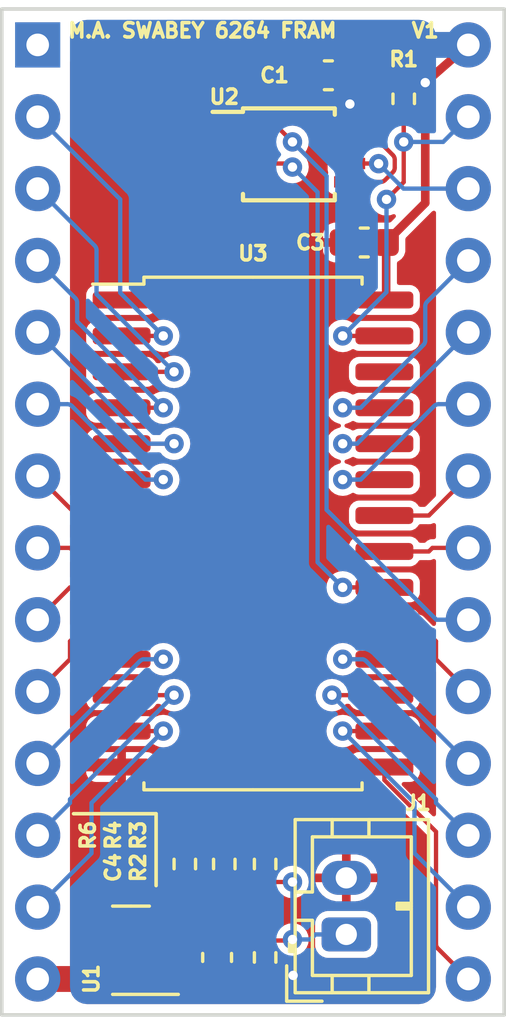
<source format=kicad_pcb>
(kicad_pcb (version 20211014) (generator pcbnew)
  (layers (0 "F.Cu" signal) (31 "B.Cu" signal) (34 "B.Paste" user) (35 "F.Paste" user) (36 "B.SilkS" user "B.Silkscreen") (37 "F.SilkS" user "F.Silkscreen") (38 "B.Mask" user) (39 "F.Mask" user) (44 "Edge.Cuts" user))
  (net 0 "")
  (net 1 "/D2")
  (net 2 "/D1")
  (net 3 "/A8")
  (net 4 "/D0")
  (net 5 "/A9")
  (net 6 "/A0")
  (net 7 "/A11")
  (net 8 "/A1")
  (net 9 "/A2")
  (net 10 "/A10")
  (net 11 "/A3")
  (net 12 "/A4")
  (net 13 "/D7")
  (net 14 "/A5")
  (net 15 "/D6")
  (net 16 "/A6")
  (net 17 "/D5")
  (net 18 "/A7")
  (net 19 "/D4")
  (net 20 "/A12")
  (net 21 "/D3")
  (net 22 "Net-(U2-Pad5)")
  (net 23 "GND")
  (net 24 "/CE2")
  (net 25 "/~{CE1}")
  (net 26 "/~{WE}")
  (net 27 "/~{OE}")
  (net 28 "VCC")
  (net 29 "Net-(R3-Pad2)")
  (net 30 "/BATT_FAKE")
  (net 31 "/~{CE_FM}")
  (footprint "Package_SO:SOIC-28W_7.5x17.9mm_P1.27mm" (layer "F.Cu") (at 119.38 75.692)
    (fp_text reference "U3" (at 0 -9.9 unlocked) (layer "F.SilkS") (effects (font (size 0.508 0.508) (thickness 0.127))))
    (fp_text value "FM16W08")
    (fp_line (start -3.86 -8.815) (end -5.675 -8.815) (layer "F.SilkS") (width 0.12))
    (fp_line (start 3.86 -9.06) (end 3.86 -8.815) (layer "F.SilkS") (width 0.12))
    (fp_line (start 0 -9.06) (end 3.86 -9.06) (layer "F.SilkS") (width 0.12))
    (fp_line (start 0 9.06) (end -3.86 9.06) (layer "F.SilkS") (width 0.12))
    (fp_line (start 3.86 9.06) (end 3.86 8.815) (layer "F.SilkS") (width 0.12))
    (fp_line (start -3.86 -9.06) (end -3.86 -8.815) (layer "F.SilkS") (width 0.12))
    (fp_line (start 0 -9.06) (end -3.86 -9.06) (layer "F.SilkS") (width 0.12))
    (fp_line (start 0 9.06) (end 3.86 9.06) (layer "F.SilkS") (width 0.12))
    (fp_line (start -3.86 9.06) (end -3.86 8.815) (layer "F.SilkS") (width 0.12))
    (pad "1" smd roundrect (at -4.65 -8.255) (size 2.05 0.6) (layers "F.Cu" "F.Paste" "F.Mask"))
    (pad "2" smd roundrect (at -4.65 -6.985) (size 2.05 0.6) (layers "F.Cu" "F.Paste" "F.Mask") (net 20 "/A12"))
    (pad "3" smd roundrect (at -4.65 -5.715) (size 2.05 0.6) (layers "F.Cu" "F.Paste" "F.Mask") (net 18 "/A7"))
    (pad "4" smd roundrect (at -4.65 -4.445) (size 2.05 0.6) (layers "F.Cu" "F.Paste" "F.Mask") (net 16 "/A6"))
    (pad "5" smd roundrect (at -4.65 -3.175) (size 2.05 0.6) (layers "F.Cu" "F.Paste" "F.Mask") (net 14 "/A5"))
    (pad "6" smd roundrect (at -4.65 -1.905) (size 2.05 0.6) (layers "F.Cu" "F.Paste" "F.Mask") (net 12 "/A4"))
    (pad "7" smd roundrect (at -4.65 -0.635) (size 2.05 0.6) (layers "F.Cu" "F.Paste" "F.Mask") (net 11 "/A3"))
    (pad "8" smd roundrect (at -4.65 0.635) (size 2.05 0.6) (layers "F.Cu" "F.Paste" "F.Mask") (net 9 "/A2"))
    (pad "9" smd roundrect (at -4.65 1.905) (size 2.05 0.6) (layers "F.Cu" "F.Paste" "F.Mask") (net 8 "/A1"))
    (pad "10" smd roundrect (at -4.65 3.175) (size 2.05 0.6) (layers "F.Cu" "F.Paste" "F.Mask") (net 6 "/A0"))
    (pad "11" smd roundrect (at -4.65 4.445) (size 2.05 0.6) (layers "F.Cu" "F.Paste" "F.Mask") (net 4 "/D0"))
    (pad "12" smd roundrect (at -4.65 5.715) (size 2.05 0.6) (layers "F.Cu" "F.Paste" "F.Mask") (net 2 "/D1"))
    (pad "13" smd roundrect (at -4.65 6.985) (size 2.05 0.6) (layers "F.Cu" "F.Paste" "F.Mask") (net 1 "/D2"))
    (pad "14" smd roundrect (at -4.65 8.255) (size 2.05 0.6) (layers "F.Cu" "F.Paste" "F.Mask") (net 23 "GND"))
    (pad "15" smd roundrect (at 4.65 8.255) (size 2.05 0.6) (layers "F.Cu" "F.Paste" "F.Mask") (net 21 "/D3"))
    (pad "16" smd roundrect (at 4.65 6.985) (size 2.05 0.6) (layers "F.Cu" "F.Paste" "F.Mask") (net 19 "/D4"))
    (pad "17" smd roundrect (at 4.65 5.715) (size 2.05 0.6) (layers "F.Cu" "F.Paste" "F.Mask") (net 17 "/D5"))
    (pad "18" smd roundrect (at 4.65 4.445) (size 2.05 0.6) (layers "F.Cu" "F.Paste" "F.Mask") (net 15 "/D6"))
    (pad "19" smd roundrect (at 4.65 3.175) (size 2.05 0.6) (layers "F.Cu" "F.Paste" "F.Mask") (net 13 "/D7"))
    (pad "20" smd roundrect (at 4.65 1.905) (size 2.05 0.6) (layers "F.Cu" "F.Paste" "F.Mask") (net 31 "/~{CE_FM}"))
    (pad "21" smd roundrect (at 4.65 0.635) (size 2.05 0.6) (layers "F.Cu" "F.Paste" "F.Mask") (net 10 "/A10"))
    (pad "22" smd roundrect (at 4.65 -0.635) (size 2.05 0.6) (layers "F.Cu" "F.Paste" "F.Mask") (net 27 "/~{OE}"))
    (pad "23" smd roundrect (at 4.65 -1.905) (size 2.05 0.6) (layers "F.Cu" "F.Paste" "F.Mask") (net 7 "/A11"))
    (pad "24" smd roundrect (at 4.65 -3.175) (size 2.05 0.6) (layers "F.Cu" "F.Paste" "F.Mask") (net 5 "/A9"))
    (pad "25" smd roundrect (at 4.65 -4.445) (size 2.05 0.6) (layers "F.Cu" "F.Paste" "F.Mask") (net 3 "/A8"))
    (pad "26" smd roundrect (at 4.65 -5.715) (size 2.05 0.6) (layers "F.Cu" "F.Paste" "F.Mask"))
    (pad "27" smd roundrect (at 4.65 -6.985) (size 2.05 0.6) (layers "F.Cu" "F.Paste" "F.Mask") (net 26 "/~{WE}"))
    (pad "28" smd roundrect (at 4.65 -8.255) (size 2.05 0.6) (layers "F.Cu" "F.Paste" "F.Mask") (net 28 "VCC"))
  )
  (footprint "Package_SO:TSSOP-8_3x3mm_P0.65mm" (layer "F.Cu") (at 120.65 62.288022)
    (fp_text reference "U2" (at -2.286 -2.032 unlocked) (layer "F.SilkS") (effects (font (size 0.508 0.508) (thickness 0.127))))
    (fp_text value "74AHC2G00" hide)
    (fp_line (start -1.625 1.625) (end -1.625 1.4) (layer "F.SilkS") (width 0.15))
    (fp_line (start 1.625 -1.625) (end 1.625 -1.4) (layer "F.SilkS") (width 0.15))
    (fp_line (start 1.625 1.625) (end 1.625 1.4) (layer "F.SilkS") (width 0.15))
    (fp_line (start -1.625 -1.625) (end -1.625 -1.5) (layer "F.SilkS") (width 0.15))
    (fp_line (start -1.625 1.625) (end 1.625 1.625) (layer "F.SilkS") (width 0.15))
    (fp_line (start -1.625 -1.625) (end 1.625 -1.625) (layer "F.SilkS") (width 0.15))
    (fp_line (start -1.625 -1.5) (end -2.7 -1.5) (layer "F.SilkS") (width 0.15))
    (pad "1" smd rect (at -2.15 -0.975) (size 1.1 0.4) (layers "F.Cu" "F.Paste" "F.Mask") (net 25 "/~{CE1}"))
    (pad "2" smd rect (at -2.15 -0.325) (size 1.1 0.4) (layers "F.Cu" "F.Paste" "F.Mask") (net 25 "/~{CE1}"))
    (pad "3" smd rect (at -2.15 0.325) (size 1.1 0.4) (layers "F.Cu" "F.Paste" "F.Mask") (net 31 "/~{CE_FM}"))
    (pad "4" smd rect (at -2.15 0.975) (size 1.1 0.4) (layers "F.Cu" "F.Paste" "F.Mask") (net 23 "GND"))
    (pad "5" smd rect (at 2.15 0.975) (size 1.1 0.4) (layers "F.Cu" "F.Paste" "F.Mask") (net 22 "Net-(U2-Pad5)"))
    (pad "6" smd rect (at 2.15 0.325) (size 1.1 0.4) (layers "F.Cu" "F.Paste" "F.Mask") (net 24 "/CE2"))
    (pad "7" smd rect (at 2.15 -0.325) (size 1.1 0.4) (layers "F.Cu" "F.Paste" "F.Mask") (net 22 "Net-(U2-Pad5)"))
    (pad "8" smd rect (at 2.15 -0.975) (size 1.1 0.4) (layers "F.Cu" "F.Paste" "F.Mask") (net 28 "VCC"))
  )
  (footprint "Resistor_SMD:R_0402_1005Metric_Pad0.72x0.64mm_HandSolder" (layer "F.Cu") (at 119.808866 90.678 90)
    (fp_text reference "R2" (at 3.175 -4.492866 90 unlocked) (layer "F.SilkS") (effects (font (size 0.508 0.508) (thickness 0.127))))
    (fp_text value "150")
    (fp_line (start -0.167621 0.38) (end 0.167621 0.38) (layer "F.SilkS") (width 0.12))
    (fp_line (start -0.167621 -0.38) (end 0.167621 -0.38) (layer "F.SilkS") (width 0.12))
    (pad "1" smd roundrect (at -0.5975 0 90) (size 0.715 0.64) (layers "F.Cu" "F.Paste" "F.Mask") (net 28 "VCC"))
    (pad "2" smd roundrect (at 0.5975 0 90) (size 0.715 0.64) (layers "F.Cu" "F.Paste" "F.Mask") (net 30 "/BATT_FAKE"))
  )
  (footprint "Connector_JST:JST_PH_B2B-PH-K_1x02_P2.00mm_Vertical" (layer "F.Cu") (at 122.682 89.8652 90)
    (fp_text reference "J1" (at 4.6482 2.54 unlocked) (layer "F.SilkS") (effects (font (size 0.508 0.508) (thickness 0.127))))
    (fp_text value "Conn_01x02" hide)
    (fp_line (start -1.45 2.3) (end 3.45 2.3) (layer "F.SilkS") (width 0.12))
    (fp_line (start -0.3 -1.81) (end -0.3 -2.01) (layer "F.SilkS") (width 0.12))
    (fp_line (start -0.3 -2.01) (end -0.6 -2.01) (layer "F.SilkS") (width 0.12))
    (fp_line (start 4.06 0.8) (end 3.45 0.8) (layer "F.SilkS") (width 0.12))
    (fp_line (start 3.45 2.3) (end 3.45 -1.2) (layer "F.SilkS") (width 0.12))
    (fp_line (start 1.1 1.8) (end 1.1 2.3) (layer "F.SilkS") (width 0.12))
    (fp_line (start -1.11 -2.11) (end -2.36 -2.11) (layer "F.SilkS") (width 0.12))
    (fp_line (start -2.06 0.8) (end -1.45 0.8) (layer "F.SilkS") (width 0.12))
    (fp_line (start 0.5 -1.2) (end -1.45 -1.2) (layer "F.SilkS") (width 0.12))
    (fp_line (start 0.9 2.3) (end 0.9 1.8) (layer "F.SilkS") (width 0.12))
    (fp_line (start -1.45 -1.2) (end -1.45 2.3) (layer "F.SilkS") (width 0.12))
    (fp_line (start -2.06 -0.5) (end -1.45 -0.5) (layer "F.SilkS") (width 0.12))
    (fp_line (start 0.9 1.8) (end 1.1 1.8) (layer "F.SilkS") (width 0.12))
    (fp_line (start -2.06 2.91) (end 4.06 2.91) (layer "F.SilkS") (width 0.12))
    (fp_line (start -2.36 -2.11) (end -2.36 -0.86) (layer "F.SilkS") (width 0.12))
    (fp_line (start 0.5 -1.81) (end 0.5 -1.2) (layer "F.SilkS") (width 0.12))
    (fp_line (start 4.06 2.91) (end 4.06 -1.81) (layer "F.SilkS") (width 0.12))
    (fp_line (start -0.6 -2.01) (end -0.6 -1.81) (layer "F.SilkS") (width 0.12))
    (fp_line (start 1 2.3) (end 1 1.8) (layer "F.SilkS") (width 0.12))
    (fp_line (start -0.3 -1.91) (end -0.6 -1.91) (layer "F.SilkS") (width 0.12))
    (fp_line (start 1.5 -1.2) (end 1.5 -1.81) (layer "F.SilkS") (width 0.12))
    (fp_line (start 4.06 -0.5) (end 3.45 -0.5) (layer "F.SilkS") (width 0.12))
    (fp_line (start -2.06 -1.81) (end -2.06 2.91) (layer "F.SilkS") (width 0.12))
    (fp_line (start 3.45 -1.2) (end 1.5 -1.2) (layer "F.SilkS") (width 0.12))
    (fp_line (start 4.06 -1.81) (end -2.06 -1.81) (layer "F.SilkS") (width 0.12))
    (pad "1" thru_hole roundrect (at 0 0 90) (size 1.2 1.75) (drill 0.75) (layers *.Cu *.Mask) (roundrect_rratio 0.2083333333) (net 30 "/BATT_FAKE"))
    (pad "2" thru_hole oval (at 2 0 90) (size 1.2 1.75) (drill 0.75) (layers *.Cu *.Mask) (net 23 "GND"))
  )
  (footprint "Capacitor_SMD:C_0603_1608Metric" (layer "F.Cu") (at 122.047 59.494022 180)
    (fp_text reference "C1" (at 1.905 0 unlocked) (layer "F.SilkS") (effects (font (size 0.508 0.508) (thickness 0.127))))
    (fp_text value "0.22u" hide)
    (fp_line (start -0.14058 0.51) (end 0.14058 0.51) (layer "F.SilkS") (width 0.12))
    (fp_line (start -0.14058 -0.51) (end 0.14058 -0.51) (layer "F.SilkS") (width 0.12))
    (pad "1" smd roundrect (at -0.775 0 180) (size 0.9 0.95) (layers "F.Cu" "F.Paste" "F.Mask") (net 28 "VCC"))
    (pad "2" smd roundrect (at 0.775 0 180) (size 0.9 0.95) (layers "F.Cu" "F.Paste" "F.Mask") (net 23 "GND"))
  )
  (footprint "Resistor_SMD:R_0402_1005Metric_Pad0.72x0.64mm_HandSolder" (layer "F.Cu") (at 119.808866 87.376 90)
    (fp_text reference "R3" (at 1.016 -4.492866 90 unlocked) (layer "F.SilkS") (effects (font (size 0.508 0.508) (thickness 0.127))))
    (fp_text value "1.3K")
    (fp_line (start -0.167621 -0.38) (end 0.167621 -0.38) (layer "F.SilkS") (width 0.12))
    (fp_line (start -0.167621 0.38) (end 0.167621 0.38) (layer "F.SilkS") (width 0.12))
    (pad "1" smd roundrect (at -0.5975 0 90) (size 0.715 0.64) (layers "F.Cu" "F.Paste" "F.Mask") (net 30 "/BATT_FAKE"))
    (pad "2" smd roundrect (at 0.5975 0 90) (size 0.715 0.64) (layers "F.Cu" "F.Paste" "F.Mask") (net 29 "Net-(R3-Pad2)"))
  )
  (footprint "Package_TO_SOT_SMD:SOT-23" (layer "F.Cu") (at 115.062 90.424 180)
    (fp_text reference "U1" (at 1.397 -1.016 90 unlocked) (layer "F.SilkS") (effects (font (size 0.508 0.508) (thickness 0.127))))
    (fp_text value "TL431DBZ" hide)
    (fp_line (start 0 -1.56) (end 0.65 -1.56) (layer "F.SilkS") (width 0.12))
    (fp_line (start 0 -1.56) (end -1.675 -1.56) (layer "F.SilkS") (width 0.12))
    (fp_line (start 0 1.56) (end -0.65 1.56) (layer "F.SilkS") (width 0.12))
    (fp_line (start 0 1.56) (end 0.65 1.56) (layer "F.SilkS") (width 0.12))
    (pad "1" smd roundrect (at -0.9375 -0.95 180) (size 1.475 0.6) (layers "F.Cu" "F.Paste" "F.Mask") (net 30 "/BATT_FAKE"))
    (pad "2" smd roundrect (at -0.9375 0.95 180) (size 1.475 0.6) (layers "F.Cu" "F.Paste" "F.Mask") (net 29 "Net-(R3-Pad2)"))
    (pad "3" smd roundrect (at 0.9375 0 180) (size 1.475 0.6) (layers "F.Cu" "F.Paste" "F.Mask") (net 23 "GND"))
  )
  (footprint "Resistor_SMD:R_0402_1005Metric_Pad0.72x0.64mm_HandSolder" (layer "F.Cu") (at 118.364 87.376 90)
    (fp_text reference "R4" (at 1.016 -3.937 90 unlocked) (layer "F.SilkS") (effects (font (size 0.508 0.508) (thickness 0.127))))
    (fp_text value "3.3K")
    (fp_line (start -0.167621 0.38) (end 0.167621 0.38) (layer "F.SilkS") (width 0.12))
    (fp_line (start -0.167621 -0.38) (end 0.167621 -0.38) (layer "F.SilkS") (width 0.12))
    (pad "1" smd roundrect (at -0.5975 0 90) (size 0.715 0.64) (layers "F.Cu" "F.Paste" "F.Mask") (net 29 "Net-(R3-Pad2)"))
    (pad "2" smd roundrect (at 0.5975 0 90) (size 0.715 0.64) (layers "F.Cu" "F.Paste" "F.Mask") (net 23 "GND"))
  )
  (footprint "Package_DIP_Adapter:DIP-28_W15.24mm_Socket_Adapter" (layer "F.Cu") (at 111.76 58.42)
    (fp_text reference "U10" hide)
    (fp_text value "TC5564APL_Adapter" hide)
    (pad "1" thru_hole rect (at 0 0) (size 1.6 1.6) (drill 0.8) (layers *.Cu *.Mask))
    (pad "2" thru_hole oval (at 0 2.54) (size 1.6 1.6) (drill 0.8) (layers *.Cu *.Mask) (net 20 "/A12"))
    (pad "3" thru_hole oval (at 0 5.08) (size 1.6 1.6) (drill 0.8) (layers *.Cu *.Mask) (net 18 "/A7"))
    (pad "4" thru_hole oval (at 0 7.62) (size 1.6 1.6) (drill 0.8) (layers *.Cu *.Mask) (net 16 "/A6"))
    (pad "5" thru_hole oval (at 0 10.16) (size 1.6 1.6) (drill 0.8) (layers *.Cu *.Mask) (net 14 "/A5"))
    (pad "6" thru_hole oval (at 0 12.7) (size 1.6 1.6) (drill 0.8) (layers *.Cu *.Mask) (net 12 "/A4"))
    (pad "7" thru_hole oval (at 0 15.24) (size 1.6 1.6) (drill 0.8) (layers *.Cu *.Mask) (net 11 "/A3"))
    (pad "8" thru_hole oval (at 0 17.78) (size 1.6 1.6) (drill 0.8) (layers *.Cu *.Mask) (net 9 "/A2"))
    (pad "9" thru_hole oval (at 0 20.32) (size 1.6 1.6) (drill 0.8) (layers *.Cu *.Mask) (net 8 "/A1"))
    (pad "10" thru_hole oval (at 0 22.86) (size 1.6 1.6) (drill 0.8) (layers *.Cu *.Mask) (net 6 "/A0"))
    (pad "11" thru_hole oval (at 0 25.4) (size 1.6 1.6) (drill 0.8) (layers *.Cu *.Mask) (net 4 "/D0"))
    (pad "12" thru_hole oval (at 0 27.94) (size 1.6 1.6) (drill 0.8) (layers *.Cu *.Mask) (net 2 "/D1"))
    (pad "13" thru_hole oval (at 0 30.48) (size 1.6 1.6) (drill 0.8) (layers *.Cu *.Mask) (net 1 "/D2"))
    (pad "14" thru_hole oval (at 0 33.02) (size 1.6 1.6) (drill 0.8) (layers *.Cu *.Mask) (net 23 "GND"))
    (pad "15" thru_hole oval (at 15.24 33.02) (size 1.6 1.6) (drill 0.8) (layers *.Cu *.Mask) (net 21 "/D3"))
    (pad "16" thru_hole oval (at 15.24 30.48) (size 1.6 1.6) (drill 0.8) (layers *.Cu *.Mask) (net 19 "/D4"))
    (pad "17" thru_hole oval (at 15.24 27.94) (size 1.6 1.6) (drill 0.8) (layers *.Cu *.Mask) (net 17 "/D5"))
    (pad "18" thru_hole oval (at 15.24 25.4) (size 1.6 1.6) (drill 0.8) (layers *.Cu *.Mask) (net 15 "/D6"))
    (pad "19" thru_hole oval (at 15.24 22.86) (size 1.6 1.6) (drill 0.8) (layers *.Cu *.Mask) (net 13 "/D7"))
    (pad "20" thru_hole oval (at 15.24 20.32) (size 1.6 1.6) (drill 0.8) (layers *.Cu *.Mask) (net 25 "/~{CE1}"))
    (pad "21" thru_hole oval (at 15.24 17.78) (size 1.6 1.6) (drill 0.8) (layers *.Cu *.Mask) (net 10 "/A10"))
    (pad "22" thru_hole oval (at 15.24 15.24) (size 1.6 1.6) (drill 0.8) (layers *.Cu *.Mask) (net 27 "/~{OE}"))
    (pad "23" thru_hole oval (at 15.24 12.7) (size 1.6 1.6) (drill 0.8) (layers *.Cu *.Mask) (net 7 "/A11"))
    (pad "24" thru_hole oval (at 15.24 10.16) (size 1.6 1.6) (drill 0.8) (layers *.Cu *.Mask) (net 5 "/A9"))
    (pad "25" thru_hole oval (at 15.24 7.62) (size 1.6 1.6) (drill 0.8) (layers *.Cu *.Mask) (net 3 "/A8"))
    (pad "26" thru_hole oval (at 15.24 5.08) (size 1.6 1.6) (drill 0.8) (layers *.Cu *.Mask) (net 24 "/CE2"))
    (pad "27" thru_hole oval (at 15.24 2.54) (size 1.6 1.6) (drill 0.8) (layers *.Cu *.Mask) (net 26 "/~{WE}"))
    (pad "28" thru_hole oval (at 15.24 0) (size 1.6 1.6) (drill 0.8) (layers *.Cu *.Mask) (net 28 "VCC"))
  )
  (footprint "Resistor_SMD:R_0402_1005Metric_Pad0.72x0.64mm_HandSolder" (layer "F.Cu") (at 124.714 60.325 -90)
    (fp_text reference "R1" (at -1.397 0 unlocked) (layer "F.SilkS") (effects (font (size 0.508 0.508) (thickness 0.127))))
    (fp_text value "10K")
    (fp_line (start -0.167621 -0.38) (end 0.167621 -0.38) (layer "F.SilkS") (width 0.12))
    (fp_line (start -0.167621 0.38) (end 0.167621 0.38) (layer "F.SilkS") (width 0.12))
    (pad "1" smd roundrect (at -0.5975 0 270) (size 0.715 0.64) (layers "F.Cu" "F.Paste" "F.Mask") (net 28 "VCC"))
    (pad "2" smd roundrect (at 0.5975 0 270) (size 0.715 0.64) (layers "F.Cu" "F.Paste" "F.Mask") (net 26 "/~{WE}"))
  )
  (footprint "Capacitor_SMD:C_0603_1608Metric" (layer "F.Cu") (at 123.317 65.405 180)
    (fp_text reference "C3" (at 1.905 0 unlocked) (layer "F.SilkS") (effects (font (size 0.508 0.508) (thickness 0.127))))
    (fp_text value "0.22u" hide)
    (fp_line (start -0.14058 -0.51) (end 0.14058 -0.51) (layer "F.SilkS") (width 0.12))
    (fp_line (start -0.14058 0.51) (end 0.14058 0.51) (layer "F.SilkS") (width 0.12))
    (pad "1" smd roundrect (at -0.775 0 180) (size 0.9 0.95) (layers "F.Cu" "F.Paste" "F.Mask") (net 28 "VCC"))
    (pad "2" smd roundrect (at 0.775 0 180) (size 0.9 0.95) (layers "F.Cu" "F.Paste" "F.Mask") (net 23 "GND"))
  )
  (footprint "Resistor_SMD:R_0402_1005Metric_Pad0.72x0.64mm_HandSolder" (layer "F.Cu") (at 116.967 87.376 90)
    (fp_text reference "R6" (at 1.016 -3.429 90 unlocked) (layer "F.SilkS") (effects (font (size 0.508 0.508) (thickness 0.127))))
    (fp_text value "-")
    (fp_line (start -0.167621 -0.38) (end 0.167621 -0.38) (layer "F.SilkS") (width 0.12))
    (fp_line (start -0.167621 0.38) (end 0.167621 0.38) (layer "F.SilkS") (width 0.12))
    (pad "1" smd roundrect (at -0.5975 0 90) (size 0.715 0.64) (layers "F.Cu" "F.Paste" "F.Mask") (net 29 "Net-(R3-Pad2)"))
    (pad "2" smd roundrect (at 0.5975 0 90) (size 0.715 0.64) (layers "F.Cu" "F.Paste" "F.Mask") (net 23 "GND"))
  )
  (footprint "Capacitor_SMD:C_0603_1608Metric" (layer "F.Cu") (at 118.11 90.678 90)
    (fp_text reference "C4" (at 3.175 -3.683 90 unlocked) (layer "F.SilkS") (effects (font (size 0.508 0.508) (thickness 0.127))))
    (fp_text value "0.22u")
    (fp_line (start -0.14058 0.51) (end 0.14058 0.51) (layer "F.SilkS") (width 0.12))
    (fp_line (start -0.14058 -0.51) (end 0.14058 -0.51) (layer "F.SilkS") (width 0.12))
    (pad "1" smd roundrect (at -0.775 0 90) (size 0.9 0.95) (layers "F.Cu" "F.Paste" "F.Mask") (net 30 "/BATT_FAKE"))
    (pad "2" smd roundrect (at 0.775 0 90) (size 0.9 0.95) (layers "F.Cu" "F.Paste" "F.Mask") (net 23 "GND"))
  )
  (gr_line (start 115.951 88.138) (end 115.951 85.598) (layer "F.SilkS") (width 0.127))
  (gr_line (start 115.951 85.598) (end 113.03 85.598) (layer "F.SilkS") (width 0.127))
  (gr_line (start 110.49 92.71) (end 110.49 57.15) (layer "Edge.Cuts") (width 0.127))
  (gr_line (start 128.27 92.71) (end 110.49 92.71) (layer "Edge.Cuts") (width 0.127))
  (gr_line (start 128.27 57.15) (end 128.27 92.71) (layer "Edge.Cuts") (width 0.127))
  (gr_line (start 110.49 57.15) (end 128.27 57.15) (layer "Edge.Cuts") (width 0.127))
  (gr_text "M.A. SWABEY 6264 FRAM" (at 112.776 57.912) (layer "F.SilkS") (effects (font (size 0.508 0.508) (thickness 0.127)) (justify left)))
  (gr_text "V1\n" (at 125.476 57.912) (layer "F.SilkS") (effects (font (size 0.508 0.508) (thickness 0.127))))
  (segment (start 113.9675 82.677) (end 116.205 82.677) (width 0.1524) (layer "F.Cu") (net 1))
  (via (at 116.205 82.677) (size 0.6858) (drill 0.3302) (layers "F.Cu" "B.Cu") (net 1))
  (segment (start 113.665 86.995) (end 111.76 88.9) (width 0.1524) (layer "B.Cu") (net 1))
  (segment (start 116.205 82.677) (end 113.665 85.217) (width 0.1524) (layer "B.Cu") (net 1))
  (segment (start 113.665 85.217) (end 113.665 86.995) (width 0.1524) (layer "B.Cu") (net 1))
  (segment (start 113.9675 81.407) (end 116.586 81.407) (width 0.1524) (layer "F.Cu") (net 2))
  (via (at 116.586 81.407) (size 0.6858) (drill 0.3302) (layers "F.Cu" "B.Cu") (net 2))
  (segment (start 112.903 85.09) (end 112.903 85.217) (width 0.1524) (layer "B.Cu") (net 2))
  (segment (start 116.586 81.407) (end 112.903 85.09) (width 0.1524) (layer "B.Cu") (net 2))
  (segment (start 112.903 85.217) (end 111.76 86.36) (width 0.1524) (layer "B.Cu") (net 2))
  (segment (start 111.76 86.36) (end 111.76 86.233) (width 0.1524) (layer "B.Cu") (net 2))
  (segment (start 122.555 71.247) (end 124.03 71.247) (width 0.1524) (layer "F.Cu") (net 3))
  (via (at 122.555 71.247) (size 0.6858) (drill 0.3302) (layers "F.Cu" "B.Cu") (net 3))
  (segment (start 125.476 67.658689) (end 125.476 68.866311) (width 0.1524) (layer "B.Cu") (net 3))
  (segment (start 123.19 71.247) (end 122.555 71.247) (width 0.1524) (layer "B.Cu") (net 3))
  (segment (start 125.409044 69.027956) (end 123.19 71.247) (width 0.1524) (layer "B.Cu") (net 3))
  (segment (start 127 66.04) (end 125.542955 67.497045) (width 0.1524) (layer "B.Cu") (net 3))
  (arc (start 125.542955 67.497045) (mid 125.493401 67.571208) (end 125.476 67.658689) (width 0.1524) (layer "B.Cu") (net 3))
  (arc (start 125.476 68.866311) (mid 125.458595 68.95379) (end 125.409044 69.027956) (width 0.1524) (layer "B.Cu") (net 3))
  (segment (start 113.9675 80.137) (end 116.205 80.137) (width 0.1524) (layer "F.Cu") (net 4))
  (via (at 116.205 80.137) (size 0.6858) (drill 0.3302) (layers "F.Cu" "B.Cu") (net 4))
  (segment (start 115.492508 80.138459) (end 116.203541 80.138459) (width 0.1524) (layer "B.Cu") (net 4))
  (segment (start 116.203541 80.138459) (end 116.205 80.137) (width 0.1524) (layer "B.Cu") (net 4))
  (segment (start 111.76 83.82) (end 115.376045 80.203955) (width 0.1524) (layer "B.Cu") (net 4))
  (arc (start 115.376045 80.203955) (mid 115.429927 80.16399) (end 115.492508 80.138459) (width 0.1524) (layer "B.Cu") (net 4))
  (segment (start 122.555 72.517) (end 124.03 72.517) (width 0.1524) (layer "F.Cu") (net 5))
  (via (at 122.555 72.517) (size 0.6858) (drill 0.3302) (layers "F.Cu" "B.Cu") (net 5))
  (segment (start 127 68.58) (end 123.063 72.517) (width 0.1524) (layer "B.Cu") (net 5))
  (segment (start 123.063 72.517) (end 122.555 72.517) (width 0.1524) (layer "B.Cu") (net 5))
  (segment (start 112.903 79.502) (end 113.538 78.867) (width 0.1524) (layer "F.Cu") (net 6))
  (segment (start 113.538 78.867) (end 114.73 78.867) (width 0.1524) (layer "F.Cu") (net 6))
  (segment (start 112.903 80.137) (end 112.903 79.502) (width 0.1524) (layer "F.Cu") (net 6))
  (segment (start 111.76 81.28) (end 112.903 80.137) (width 0.1524) (layer "F.Cu") (net 6))
  (segment (start 122.555 73.787) (end 124.03 73.787) (width 0.1524) (layer "F.Cu") (net 7))
  (via (at 122.555 73.787) (size 0.6858) (drill 0.3302) (layers "F.Cu" "B.Cu") (net 7))
  (segment (start 123.19 73.787) (end 122.555 73.787) (width 0.1524) (layer "B.Cu") (net 7))
  (segment (start 125.790044 71.186956) (end 123.19 73.787) (width 0.1524) (layer "B.Cu") (net 7))
  (segment (start 127 71.12) (end 125.951689 71.12) (width 0.1524) (layer "B.Cu") (net 7))
  (arc (start 125.951689 71.12) (mid 125.86421 71.137405) (end 125.790044 71.186956) (width 0.1524) (layer "B.Cu") (net 7))
  (segment (start 112.903 77.597) (end 114.73 77.597) (width 0.1524) (layer "F.Cu") (net 8))
  (segment (start 111.76 78.74) (end 112.903 77.597) (width 0.1524) (layer "F.Cu") (net 8))
  (segment (start 111.76 76.2) (end 112.903 76.2) (width 0.1524) (layer "F.Cu") (net 9))
  (segment (start 113.03 76.327) (end 114.73 76.327) (width 0.1524) (layer "F.Cu") (net 9))
  (segment (start 112.903 76.2) (end 113.03 76.327) (width 0.1524) (layer "F.Cu") (net 9))
  (segment (start 125.73 76.2) (end 127 76.2) (width 0.1524) (layer "F.Cu") (net 10))
  (segment (start 125.603 76.327) (end 125.73 76.2) (width 0.1524) (layer "F.Cu") (net 10))
  (segment (start 124.03 76.327) (end 125.603 76.327) (width 0.1524) (layer "F.Cu") (net 10))
  (segment (start 113.157 75.057) (end 114.73 75.057) (width 0.1524) (layer "F.Cu") (net 11))
  (segment (start 111.76 73.66) (end 113.157 75.057) (width 0.1524) (layer "F.Cu") (net 11))
  (segment (start 113.9675 73.787) (end 116.205 73.787) (width 0.1524) (layer "F.Cu") (net 12))
  (via (at 116.205 73.787) (size 0.6858) (drill 0.3302) (layers "F.Cu" "B.Cu") (net 12))
  (segment (start 111.76 71.12) (end 112.808311 71.12) (width 0.1524) (layer "B.Cu") (net 12))
  (segment (start 112.969956 71.186956) (end 115.57 73.787) (width 0.1524) (layer "B.Cu") (net 12))
  (segment (start 115.57 73.787) (end 116.205 73.787) (width 0.1524) (layer "B.Cu") (net 12))
  (arc (start 112.808311 71.12) (mid 112.89579 71.137405) (end 112.969956 71.186956) (width 0.1524) (layer "B.Cu") (net 12))
  (segment (start 125.857 80.137) (end 127 81.28) (width 0.1524) (layer "F.Cu") (net 13))
  (segment (start 125.222 78.867) (end 125.857 79.502) (width 0.1524) (layer "F.Cu") (net 13))
  (segment (start 125.857 79.502) (end 125.857 80.137) (width 0.1524) (layer "F.Cu") (net 13))
  (segment (start 124.03 78.867) (end 125.222 78.867) (width 0.1524) (layer "F.Cu") (net 13))
  (segment (start 113.9675 72.517) (end 116.586 72.517) (width 0.1524) (layer "F.Cu") (net 14))
  (via (at 116.586 72.517) (size 0.6858) (drill 0.3302) (layers "F.Cu" "B.Cu") (net 14))
  (segment (start 111.76 68.58) (end 115.697 72.517) (width 0.1524) (layer "B.Cu") (net 14))
  (segment (start 115.697 72.517) (end 116.586 72.517) (width 0.1524) (layer "B.Cu") (net 14))
  (segment (start 124.7925 80.137) (end 122.555 80.137) (width 0.1524) (layer "F.Cu") (net 15))
  (via (at 122.555 80.137) (size 0.6858) (drill 0.3302) (layers "F.Cu" "B.Cu") (net 15))
  (segment (start 122.556459 80.138459) (end 122.555 80.137) (width 0.1524) (layer "B.Cu") (net 15))
  (segment (start 127 83.82) (end 123.383955 80.203955) (width 0.1524) (layer "B.Cu") (net 15))
  (segment (start 123.267492 80.138459) (end 122.556459 80.138459) (width 0.1524) (layer "B.Cu") (net 15))
  (arc (start 123.383955 80.203955) (mid 123.330073 80.16399) (end 123.267492 80.138459) (width 0.1524) (layer "B.Cu") (net 15))
  (segment (start 113.9675 71.247) (end 116.205 71.247) (width 0.1524) (layer "F.Cu") (net 16))
  (via (at 116.205 71.247) (size 0.6858) (drill 0.3302) (layers "F.Cu" "B.Cu") (net 16))
  (segment (start 113.157 68.199) (end 116.205 71.247) (width 0.1524) (layer "B.Cu") (net 16))
  (segment (start 111.76 66.04) (end 113.090045 67.370045) (width 0.1524) (layer "B.Cu") (net 16))
  (segment (start 113.157 67.531689) (end 113.157 68.199) (width 0.1524) (layer "B.Cu") (net 16))
  (arc (start 113.090045 67.370045) (mid 113.139599 67.444208) (end 113.157 67.531689) (width 0.1524) (layer "B.Cu") (net 16))
  (segment (start 124.7925 81.407) (end 122.174 81.407) (width 0.1524) (layer "F.Cu") (net 17))
  (via (at 122.174 81.407) (size 0.6858) (drill 0.3302) (layers "F.Cu" "B.Cu") (net 17))
  (segment (start 125.857 85.09) (end 122.174 81.407) (width 0.1524) (layer "B.Cu") (net 17))
  (segment (start 127 86.36) (end 125.857 85.217) (width 0.1524) (layer "B.Cu") (net 17))
  (segment (start 125.857 85.217) (end 125.857 85.09) (width 0.1524) (layer "B.Cu") (net 17))
  (segment (start 113.9675 69.977) (end 116.586 69.977) (width 0.1524) (layer "F.Cu") (net 18))
  (via (at 116.586 69.977) (size 0.6858) (drill 0.3302) (layers "F.Cu" "B.Cu") (net 18))
  (segment (start 113.84281 67.23381) (end 116.586 69.977) (width 0.1524) (layer "B.Cu") (net 18))
  (segment (start 113.84281 65.677499) (end 113.84281 67.23381) (width 0.1524) (layer "B.Cu") (net 18))
  (segment (start 111.76 63.5) (end 113.775855 65.515855) (width 0.1524) (layer "B.Cu") (net 18))
  (arc (start 113.775855 65.515855) (mid 113.825409 65.590018) (end 113.84281 65.677499) (width 0.1524) (layer "B.Cu") (net 18))
  (segment (start 124.7925 82.677) (end 122.555 82.677) (width 0.1524) (layer "F.Cu") (net 19))
  (via (at 122.555 82.677) (size 0.6858) (drill 0.3302) (layers "F.Cu" "B.Cu") (net 19))
  (segment (start 125.095 85.217) (end 125.095 86.995) (width 0.1524) (layer "B.Cu") (net 19))
  (segment (start 125.095 86.995) (end 127 88.9) (width 0.1524) (layer "B.Cu") (net 19))
  (segment (start 122.555 82.677) (end 125.095 85.217) (width 0.1524) (layer "B.Cu") (net 19))
  (segment (start 113.9675 68.707) (end 116.205 68.707) (width 0.1524) (layer "F.Cu") (net 20))
  (via (at 116.205 68.707) (size 0.6858) (drill 0.3302) (layers "F.Cu" "B.Cu") (net 20))
  (segment (start 111.76 60.96) (end 114.681 63.881) (width 0.1524) (layer "B.Cu") (net 20))
  (segment (start 114.681 67.183) (end 116.205 68.707) (width 0.1524) (layer "B.Cu") (net 20))
  (segment (start 114.681 63.881) (end 114.681 67.183) (width 0.1524) (layer "B.Cu") (net 20))
  (segment (start 125.857 86.233) (end 124.03 84.406) (width 0.1524) (layer "F.Cu") (net 21))
  (segment (start 124.03 84.406) (end 124.03 83.947) (width 0.1524) (layer "F.Cu") (net 21))
  (segment (start 125.857 90.202311) (end 125.857 86.233) (width 0.1524) (layer "F.Cu") (net 21))
  (segment (start 127 91.44) (end 125.923956 90.363956) (width 0.1524) (layer "F.Cu") (net 21))
  (arc (start 125.923956 90.363956) (mid 125.874401 90.289793) (end 125.857 90.202311) (width 0.1524) (layer "F.Cu") (net 21))
  (segment (start 124.329044 62.921694) (end 124.054671 63.196067) (width 0.1524) (layer "F.Cu") (net 22))
  (segment (start 124.396 62.476395) (end 124.396 62.760049) (width 0.1524) (layer "F.Cu") (net 22))
  (segment (start 124.044272 62.029978) (end 124.329045 62.314751) (width 0.1524) (layer "F.Cu") (net 22))
  (segment (start 123.893027 63.263022) (end 122.8 63.263022) (width 0.1524) (layer "F.Cu") (net 22))
  (segment (start 122.8 61.963022) (end 123.882627 61.963022) (width 0.1524) (layer "F.Cu") (net 22))
  (arc (start 124.396 62.476395) (mid 124.378599 62.388914) (end 124.329045 62.314751) (width 0.1524) (layer "F.Cu") (net 22))
  (arc (start 123.893027 63.263022) (mid 123.980508 63.245621) (end 124.054671 63.196067) (width 0.1524) (layer "F.Cu") (net 22))
  (arc (start 123.882627 61.963022) (mid 123.970109 61.980423) (end 124.044272 62.029978) (width 0.1524) (layer "F.Cu") (net 22))
  (arc (start 124.329044 62.921694) (mid 124.378599 62.847531) (end 124.396 62.760049) (width 0.1524) (layer "F.Cu") (net 22))
  (segment (start 111.76 91.44) (end 113.03 91.44) (width 0.9144) (layer "F.Cu") (net 23))
  (segment (start 122.8 62.613022) (end 123.8198 62.613022) (width 0.1524) (layer "F.Cu") (net 24))
  (via (at 123.825 62.618222) (size 0.6858) (drill 0.3302) (layers "F.Cu" "B.Cu") (net 24))
  (segment (start 124.706778 63.5) (end 127 63.5) (width 0.1524) (layer "B.Cu") (net 24))
  (segment (start 123.825 62.618222) (end 124.706778 63.5) (width 0.1524) (layer "B.Cu") (net 24))
  (segment (start 120.241022 61.313022) (end 120.777 61.849) (width 0.1524) (layer "F.Cu") (net 25))
  (segment (start 117.668956 61.459066) (end 117.748045 61.379977) (width 0.1524) (layer "F.Cu") (net 25))
  (segment (start 117.718044 61.896066) (end 117.668955 61.846977) (width 0.1524) (layer "F.Cu") (net 25))
  (segment (start 118.5 61.963022) (end 117.879689 61.963022) (width 0.1524) (layer "F.Cu") (net 25))
  (segment (start 117.602 61.685333) (end 117.602 61.620711) (width 0.1524) (layer "F.Cu") (net 25))
  (segment (start 118.5 61.313022) (end 120.241022 61.313022) (width 0.1524) (layer "F.Cu") (net 25))
  (segment (start 117.909689 61.313022) (end 118.5 61.313022) (width 0.1524) (layer "F.Cu") (net 25))
  (via (at 120.777 61.849) (size 0.6858) (drill 0.3302) (layers "F.Cu" "B.Cu") (net 25))
  (arc (start 117.718044 61.896066) (mid 117.792207 61.945621) (end 117.879689 61.963022) (width 0.1524) (layer "F.Cu") (net 25))
  (arc (start 117.602 61.685333) (mid 117.619401 61.772814) (end 117.668955 61.846977) (width 0.1524) (layer "F.Cu") (net 25))
  (arc (start 117.602 61.620711) (mid 117.619401 61.533229) (end 117.668956 61.459066) (width 0.1524) (layer "F.Cu") (net 25))
  (arc (start 117.909689 61.313022) (mid 117.822208 61.330423) (end 117.748045 61.379977) (width 0.1524) (layer "F.Cu") (net 25))
  (segment (start 125.86863 78.74) (end 121.984 74.85537) (width 0.1524) (layer "B.Cu") (net 25))
  (segment (start 121.984 63.056) (end 120.777 61.849) (width 0.1524) (layer "B.Cu") (net 25))
  (segment (start 121.984 74.85537) (end 121.984 63.056) (width 0.1524) (layer "B.Cu") (net 25))
  (segment (start 127 78.74) (end 125.86863 78.74) (width 0.1524) (layer "B.Cu") (net 25))
  (segment (start 124.714 61.849) (end 124.714 60.9479) (width 0.1524) (layer "F.Cu") (net 26))
  (segment (start 122.555 68.707) (end 124.03 68.707) (width 0.1524) (layer "F.Cu") (net 26))
  (segment (start 124.1044 63.881) (end 124.714 63.2714) (width 0.1524) (layer "F.Cu") (net 26))
  (segment (start 124.714 63.2714) (end 124.714 60.9479) (width 0.1524) (layer "F.Cu") (net 26))
  (via (at 122.555 68.707) (size 0.6858) (drill 0.3302) (layers "F.Cu" "B.Cu") (net 26))
  (via (at 124.1044 63.881) (size 0.6858) (drill 0.3302) (layers "F.Cu" "B.Cu") (net 26))
  (via (at 124.714 61.849) (size 0.6858) (drill 0.3302) (layers "F.Cu" "B.Cu") (net 26))
  (segment (start 124.1044 67.1576) (end 124.1044 63.881) (width 0.1524) (layer "B.Cu") (net 26))
  (segment (start 126.111 61.849) (end 124.714 61.849) (width 0.1524) (layer "B.Cu") (net 26))
  (segment (start 122.555 68.707) (end 124.1044 67.1576) (width 0.1524) (layer "B.Cu") (net 26))
  (segment (start 127 60.96) (end 126.111 61.849) (width 0.1524) (layer "B.Cu") (net 26))
  (segment (start 124.03 75.057) (end 125.603 75.057) (width 0.1524) (layer "F.Cu") (net 27))
  (segment (start 125.603 75.057) (end 127 73.66) (width 0.1524) (layer "F.Cu") (net 27))
  (segment (start 122.809 60.129022) (end 122.809 60.510022) (width 0.3048) (layer "F.Cu") (net 28))
  (segment (start 125.476 64.008) (end 125.476 59.7529) (width 0.3048) (layer "F.Cu") (net 28))
  (segment (start 122.822 60.116022) (end 122.809 60.129022) (width 0.3048) (layer "F.Cu") (net 28))
  (segment (start 124.092 67.375) (end 124.03 67.437) (width 0.1524) (layer "F.Cu") (net 28))
  (segment (start 122.8 60.519022) (end 122.809 60.510022) (width 0.3048) (layer "F.Cu") (net 28))
  (segment (start 124.092 65.405) (end 124.092 67.375) (width 0.3048) (layer "F.Cu") (net 28))
  (segment (start 122.822 59.494022) (end 122.822 60.116022) (width 0.3048) (layer "F.Cu") (net 28))
  (segment (start 125.476 59.7529) (end 127 58.42) (width 0.3048) (layer "F.Cu") (net 28))
  (segment (start 120.799466 91.313) (end 119.846366 91.313) (width 0.3048) (layer "F.Cu") (net 28))
  (segment (start 122.8 61.313022) (end 122.8 60.519022) (width 0.3048) (layer "F.Cu") (net 28))
  (segment (start 124.092 65.392) (end 125.476 64.008) (width 0.3048) (layer "F.Cu") (net 28))
  (segment (start 125.476 59.7529) (end 124.714 59.7529) (width 0.3048) (layer "F.Cu") (net 28))
  (via (at 125.476 59.7529) (size 0.6858) (drill 0.3302) (layers "F.Cu" "B.Cu") (net 28))
  (via (at 120.799466 91.313) (size 0.6858) (drill 0.3302) (layers "F.Cu" "B.Cu") (net 28))
  (via (at 122.809 60.510022) (size 0.6858) (drill 0.3302) (layers "F.Cu" "B.Cu") (net 28))
  (segment (start 127 58.42) (end 125.857 58.42) (width 0.9144) (layer "B.Cu") (net 28))
  (segment (start 119.1006 87.0204) (end 119.3425 86.7785) (width 0.1524) (layer "F.Cu") (net 29))
  (segment (start 118.8333 87.9735) (end 119.1006 87.7062) (width 0.1524) (layer "F.Cu") (net 29))
  (segment (start 118.364 87.9735) (end 118.8333 87.9735) (width 0.1524) (layer "F.Cu") (net 29))
  (segment (start 116.967 87.9735) (end 118.364 87.9735) (width 0.1524) (layer "F.Cu") (net 29))
  (segment (start 115.9995 88.941) (end 116.967 87.9735) (width 0.1524) (layer "F.Cu") (net 29))
  (segment (start 119.3425 86.7785) (end 119.808866 86.7785) (width 0.1524) (layer "F.Cu") (net 29))
  (segment (start 119.1006 87.7062) (end 119.1006 87.0204) (width 0.1524) (layer "F.Cu") (net 29))
  (segment (start 115.9995 89.474) (end 115.9995 88.941) (width 0.1524) (layer "F.Cu") (net 29))
  (segment (start 119.126 90.763366) (end 119.808866 90.0805) (width 0.1524) (layer "F.Cu") (net 30))
  (segment (start 120.7395 90.0805) (end 119.808866 90.0805) (width 0.1524) (layer "F.Cu") (net 30))
  (segment (start 115.9995 91.374) (end 118.031 91.374) (width 0.1524) (layer "F.Cu") (net 30))
  (segment (start 120.777 88.011) (end 119.846366 88.011) (width 0.1524) (layer "F.Cu") (net 30))
  (segment (start 120.777 90.043) (end 120.7395 90.0805) (width 0.1524) (layer "F.Cu") (net 30))
  (segment (start 119.126 91.059) (end 119.126 90.763366) (width 0.1524) (layer "F.Cu") (net 30))
  (segment (start 118.732 91.453) (end 119.126 91.059) (width 0.1524) (layer "F.Cu") (net 30))
  (segment (start 118.11 91.453) (end 118.732 91.453) (width 0.1524) (layer "F.Cu") (net 30))
  (via (at 120.777 90.043) (size 0.6858) (drill 0.3302) (layers "F.Cu" "B.Cu") (net 30))
  (via (at 120.777 88.011) (size 0.6858) (drill 0.3302) (layers "F.Cu" "B.Cu") (net 30))
  (segment (start 121.412 90.043) (end 121.5898 89.8652) (width 0.1524) (layer "B.Cu") (net 30))
  (segment (start 120.777 88.011) (end 120.777 90.043) (width 0.1524) (layer "B.Cu") (net 30))
  (segment (start 120.777 90.043) (end 121.412 90.043) (width 0.1524) (layer "B.Cu") (net 30))
  (segment (start 121.5898 89.8652) (end 122.682 89.8652) (width 0.1524) (layer "B.Cu") (net 30))
  (segment (start 118.5 62.613022) (end 120.652022 62.613022) (width 0.1524) (layer "F.Cu") (net 31))
  (segment (start 124.7925 77.597) (end 122.555 77.597) (width 0.1524) (layer "F.Cu") (net 31))
  (segment (start 120.652022 62.613022) (end 120.777 62.738) (width 0.1524) (layer "F.Cu") (net 31))
  (via (at 122.555 77.597) (size 0.6858) (drill 0.3302) (layers "F.Cu" "B.Cu") (net 31))
  (via (at 120.777 62.738) (size 0.6858) (drill 0.3302) (layers "F.Cu" "B.Cu") (net 31))
  (segment (start 121.666 63.627) (end 121.666 76.708) (width 0.1524) (layer "B.Cu") (net 31))
  (segment (start 120.777 62.738) (end 121.666 63.627) (width 0.1524) (layer "B.Cu") (net 31))
  (segment (start 121.666 76.708) (end 122.555 77.597) (width 0.1524) (layer "B.Cu") (net 31))
  (zone (net 23) (net_name "GND") (layer "F.Cu") (connect_pads (clearance 0.2286)) (min_thickness 0.1524) (fill yes (thermal_gap 0.2286) (thermal_bridge_width 0.3048) (smoothing fillet) (radius 0.6096))
    (polygon (pts (xy 125.857 92.329) (xy 112.903 92.329) (xy 112.903 58.42) (xy 125.857 58.42)))
  )
  (zone (net 28) (net_name "VCC") (layer "B.Cu") (connect_pads (clearance 0.2286)) (min_thickness 0.1524) (fill yes (thermal_gap 0.2286) (thermal_bridge_width 0.3048) (smoothing fillet) (radius 0.6096))
    (polygon (pts (xy 125.857 92.329) (xy 112.903 92.329) (xy 112.903 57.531) (xy 125.857 57.531)))
  )
)
</source>
